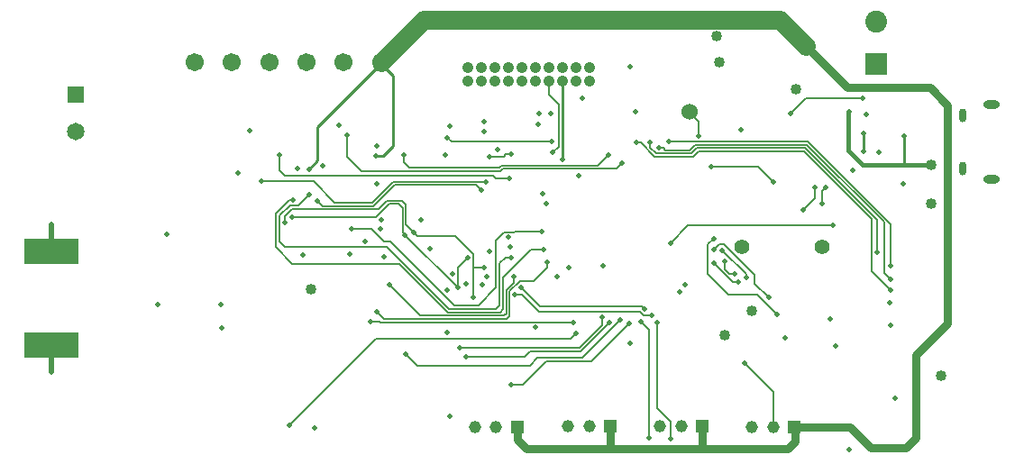
<source format=gbr>
%TF.GenerationSoftware,KiCad,Pcbnew,(6.0.10)*%
%TF.CreationDate,2023-01-06T17:42:40-07:00*%
%TF.ProjectId,Flight-Computer,466c6967-6874-42d4-936f-6d7075746572,1.0*%
%TF.SameCoordinates,Original*%
%TF.FileFunction,Copper,L4,Bot*%
%TF.FilePolarity,Positive*%
%FSLAX46Y46*%
G04 Gerber Fmt 4.6, Leading zero omitted, Abs format (unit mm)*
G04 Created by KiCad (PCBNEW (6.0.10)) date 2023-01-06 17:42:40*
%MOMM*%
%LPD*%
G01*
G04 APERTURE LIST*
%TA.AperFunction,SMDPad,CuDef*%
%ADD10R,5.080000X2.413000*%
%TD*%
%TA.AperFunction,ComponentPad*%
%ADD11C,1.066800*%
%TD*%
%TA.AperFunction,ComponentPad*%
%ADD12R,1.150000X1.150000*%
%TD*%
%TA.AperFunction,ComponentPad*%
%ADD13C,1.150000*%
%TD*%
%TA.AperFunction,ComponentPad*%
%ADD14C,1.408000*%
%TD*%
%TA.AperFunction,ComponentPad*%
%ADD15R,2.050000X2.050000*%
%TD*%
%TA.AperFunction,ComponentPad*%
%ADD16C,2.050000*%
%TD*%
%TA.AperFunction,ComponentPad*%
%ADD17O,0.650000X1.300000*%
%TD*%
%TA.AperFunction,ComponentPad*%
%ADD18O,1.550000X0.775000*%
%TD*%
%TA.AperFunction,ComponentPad*%
%ADD19C,1.701800*%
%TD*%
%TA.AperFunction,ComponentPad*%
%ADD20R,1.650000X1.650000*%
%TD*%
%TA.AperFunction,ComponentPad*%
%ADD21C,1.650000*%
%TD*%
%TA.AperFunction,SMDPad,CuDef*%
%ADD22C,1.524000*%
%TD*%
%TA.AperFunction,ViaPad*%
%ADD23C,0.500000*%
%TD*%
%TA.AperFunction,ViaPad*%
%ADD24C,1.016000*%
%TD*%
%TA.AperFunction,Conductor*%
%ADD25C,0.508000*%
%TD*%
%TA.AperFunction,Conductor*%
%ADD26C,0.177800*%
%TD*%
%TA.AperFunction,Conductor*%
%ADD27C,0.254000*%
%TD*%
%TA.AperFunction,Conductor*%
%ADD28C,0.762000*%
%TD*%
%TA.AperFunction,Conductor*%
%ADD29C,1.778000*%
%TD*%
%TA.AperFunction,Conductor*%
%ADD30C,0.381000*%
%TD*%
%TA.AperFunction,Conductor*%
%ADD31C,0.266700*%
%TD*%
G04 APERTURE END LIST*
D10*
%TO.P,AE2,2,Shield*%
%TO.N,Earth*%
X96304100Y-82232500D03*
X96304100Y-91008200D03*
%TD*%
D11*
%TO.P,P3,1,1*%
%TO.N,3.3V*%
X135382000Y-66178050D03*
%TO.P,P3,2,2*%
X135382000Y-64908050D03*
%TO.P,P3,3,3*%
%TO.N,Earth*%
X136652000Y-66178050D03*
%TO.P,P3,4,4*%
X136652000Y-64908050D03*
%TO.P,P3,5,5*%
X137922000Y-66178050D03*
%TO.P,P3,6,6*%
X137922000Y-64908050D03*
%TO.P,P3,7,7*%
%TO.N,SWDIO*%
X139192000Y-66178050D03*
%TO.P,P3,8,8*%
%TO.N,Earth*%
X139192000Y-64908050D03*
%TO.P,P3,9,9*%
%TO.N,SWCLK*%
X140462000Y-66178050D03*
%TO.P,P3,10,10*%
%TO.N,Earth*%
X140462000Y-64908050D03*
%TO.P,P3,11,11*%
%TO.N,unconnected-(P3-Pad11)*%
X141732000Y-66178050D03*
%TO.P,P3,12,12*%
%TO.N,Earth*%
X141732000Y-64908050D03*
%TO.P,P3,13,13*%
%TO.N,SWO*%
X143002000Y-66178050D03*
%TO.P,P3,14,14*%
%TO.N,Earth*%
X143002000Y-64908050D03*
%TO.P,P3,15,15*%
%TO.N,NRST*%
X144272000Y-66178050D03*
%TO.P,P3,16,16*%
%TO.N,Earth*%
X144272000Y-64908050D03*
%TO.P,P3,17,17*%
%TO.N,unconnected-(P3-Pad17)*%
X145542000Y-66178050D03*
%TO.P,P3,18,18*%
%TO.N,Earth*%
X145542000Y-64908050D03*
%TO.P,P3,19,19*%
%TO.N,unconnected-(P3-Pad19)*%
X146812000Y-66178050D03*
%TO.P,P3,20,20*%
%TO.N,Earth*%
X146812000Y-64908050D03*
%TD*%
D12*
%TO.P,P7,1,+12V*%
%TO.N,VIN*%
X140081000Y-98679000D03*
D13*
%TO.P,P7,2,GND*%
%TO.N,MOTOR4_PWM*%
X138074000Y-98679000D03*
%TO.P,P7,3,3*%
%TO.N,Net-(P7-Pad3)*%
X136068000Y-98679000D03*
%TD*%
D14*
%TO.P,BZ1,1,-*%
%TO.N,BEEP*%
X161122200Y-81788000D03*
%TO.P,BZ1,2,+*%
%TO.N,Earth*%
X168722200Y-81788000D03*
%TD*%
D15*
%TO.P,P1,1,1*%
%TO.N,/PIN_HARN*%
X173790500Y-64557500D03*
D16*
%TO.P,P1,2,2*%
%TO.N,Earth*%
X173790500Y-60597500D03*
%TD*%
D17*
%TO.P,P8,S1,SHIELD*%
%TO.N,Earth*%
X181932600Y-74414000D03*
%TO.P,P8,S2,SHIELD*%
X181932600Y-69414000D03*
D18*
X184632600Y-68414000D03*
X184632600Y-75414000D03*
%TD*%
D12*
%TO.P,P5,1,+12V*%
%TO.N,VIN*%
X157454500Y-98654800D03*
D13*
%TO.P,P5,2,GND*%
%TO.N,MOTOR3_PWM*%
X155447500Y-98654800D03*
%TO.P,P5,3,3*%
%TO.N,Net-(P5-Pad3)*%
X153441500Y-98654800D03*
%TD*%
D19*
%TO.P,P9,1,5*%
%TO.N,VIN*%
X127267252Y-64425101D03*
%TO.P,P9,2,6*%
%TO.N,VIN_SW*%
X123767249Y-64425101D03*
%TO.P,P9,3,5*%
X120267248Y-64425101D03*
%TO.P,P9,4,6*%
%TO.N,Net-(P9-Pad4)*%
X116767247Y-64425101D03*
%TO.P,P9,5,5*%
%TO.N,VIN_SW*%
X113267247Y-64425101D03*
%TO.P,P9,6,6*%
%TO.N,Net-(P9-Pad6)*%
X109767246Y-64425101D03*
%TD*%
D12*
%TO.P,P4,1,+12V*%
%TO.N,VIN*%
X166090500Y-98679000D03*
D13*
%TO.P,P4,2,GND*%
%TO.N,MOTOR1_PWM*%
X164083500Y-98679000D03*
%TO.P,P4,3,3*%
%TO.N,Net-(P4-Pad3)*%
X162077500Y-98679000D03*
%TD*%
D20*
%TO.P,P2,1,5*%
%TO.N,/PIN_SCREW*%
X98552000Y-67465000D03*
D21*
%TO.P,P2,2,6*%
%TO.N,Earth*%
X98552000Y-70965000D03*
%TD*%
D12*
%TO.P,P6,1,+12V*%
%TO.N,VIN*%
X148818500Y-98654800D03*
D13*
%TO.P,P6,2,GND*%
%TO.N,MOTOR2_PWM*%
X146811500Y-98654800D03*
%TO.P,P6,3,3*%
%TO.N,Net-(P6-Pad3)*%
X144805500Y-98654800D03*
%TD*%
D22*
%TO.P,TP1,1*%
%TO.N,3.3V*%
X156210000Y-69088000D03*
%TD*%
D23*
%TO.N,Earth*%
X107143000Y-80563000D03*
D24*
X178943000Y-77724000D03*
D23*
X138176000Y-72644000D03*
X171196000Y-100838000D03*
D24*
X162052000Y-87757000D03*
D23*
X142441800Y-76808200D03*
X161036000Y-70739000D03*
X126873000Y-72263000D03*
D24*
X120650000Y-85725000D03*
D23*
X133477000Y-85852000D03*
X150661000Y-64809000D03*
X131889500Y-81978500D03*
X131038600Y-79273400D03*
X165227000Y-90297000D03*
X114935000Y-70866000D03*
X141795500Y-89344500D03*
X112182000Y-87163000D03*
X123317000Y-70358000D03*
X125730000Y-81280000D03*
X155829000Y-85344000D03*
X121793000Y-74168000D03*
X169418000Y-88519000D03*
X133748400Y-70467600D03*
D24*
X159512000Y-90043000D03*
D23*
X121031000Y-98806000D03*
X112313000Y-89363000D03*
X173990000Y-72898000D03*
X136931400Y-70967600D03*
X133684000Y-97710000D03*
D24*
X166243000Y-66929000D03*
D23*
X127241300Y-80124300D03*
X96304100Y-79667100D03*
X113792000Y-74803000D03*
X143242400Y-69228600D03*
X139230100Y-80886300D03*
D24*
X179832000Y-93853000D03*
D23*
X137477500Y-82232500D03*
X171577000Y-74549000D03*
X175133000Y-89154000D03*
X119938800Y-82499200D03*
X96304100Y-93510100D03*
X150622000Y-90805000D03*
D24*
X159067500Y-64452500D03*
D23*
%TO.N,3.3V*%
X106258000Y-87163000D03*
X169926000Y-91059000D03*
X172819000Y-69370000D03*
X127571500Y-82740500D03*
X136779000Y-85344000D03*
X157099000Y-71374000D03*
X146177000Y-67818000D03*
X175006000Y-86995000D03*
D24*
X158750000Y-61976000D03*
D23*
X155311800Y-85988200D03*
X142113000Y-69215000D03*
X136906000Y-69977000D03*
X143764000Y-84582000D03*
X127254000Y-79248000D03*
X133322000Y-73180000D03*
X142748000Y-77724000D03*
X175514000Y-96012000D03*
X133477000Y-89789000D03*
X133985000Y-84328000D03*
X124333000Y-82423000D03*
X139400400Y-81808200D03*
X126873000Y-75819000D03*
X119380000Y-74422000D03*
%TO.N,NRST*%
X144272000Y-73533000D03*
%TO.N,SWCLK*%
X151156628Y-69037680D03*
%TO.N,SWDIO*%
X145796000Y-75057000D03*
X141986000Y-70231000D03*
%TO.N,SDA*%
X152704800Y-88239600D03*
X130302000Y-80391000D03*
X139827000Y-86233000D03*
X135890000Y-86487000D03*
X118237000Y-79502000D03*
X136970000Y-83756000D03*
%TO.N,SCL*%
X140411200Y-85547200D03*
X134493000Y-85598000D03*
X129526851Y-80658149D03*
X118872000Y-78994000D03*
X152044400Y-87604600D03*
X135382000Y-82804000D03*
%TO.N,VIN*%
X126807001Y-73213001D03*
X120472200Y-74472800D03*
D24*
X167195500Y-62928500D03*
%TO.N,5V*%
X178971000Y-74069000D03*
D23*
X176403000Y-71374000D03*
X171196000Y-69088000D03*
%TO.N,DROGUE*%
X139316200Y-75308200D03*
X117729000Y-73152000D03*
%TO.N,MAIN*%
X124079000Y-71247000D03*
X149860000Y-73914000D03*
%TO.N,/Peripherals/D-*%
X172585000Y-71128000D03*
X172585000Y-72763000D03*
%TO.N,MOTOR1_PWM*%
X161417000Y-92710000D03*
%TO.N,SWO*%
X143383000Y-72898000D03*
%TO.N,MOTOR1_EN*%
X158496000Y-81026000D03*
X164465000Y-88138000D03*
%TO.N,MOTOR3_EN*%
X158496000Y-82042000D03*
X163652200Y-86537800D03*
%TO.N,~{USB_RST}*%
X158279600Y-74282800D03*
X164084000Y-75692000D03*
%TO.N,~{USB_SUSPEND}*%
X172466000Y-67818000D03*
X165735000Y-69215000D03*
%TO.N,~{SWITCH}*%
X129385000Y-73180000D03*
X148590000Y-73152000D03*
%TO.N,~{MAIN_CONT}*%
X137414000Y-73279000D03*
X139446000Y-73025000D03*
%TO.N,~{DROGUE_CONT}*%
X116014500Y-75628500D03*
X137109680Y-75641680D03*
%TO.N,~{GPS_RST}*%
X145288000Y-88900000D03*
X126238000Y-88773000D03*
%TO.N,~{GPS_SBOOT}*%
X121285000Y-77470000D03*
X136652000Y-76454000D03*
%TO.N,GPS_INT*%
X126873000Y-87884000D03*
X142875000Y-83185000D03*
%TO.N,GPS_TX*%
X118999000Y-77343000D03*
X142494000Y-82042000D03*
%TO.N,GPS_RX*%
X139446000Y-82804000D03*
X120496640Y-76861360D03*
%TO.N,GPS_TIM*%
X145542000Y-89916000D03*
X118618000Y-98552000D03*
%TO.N,BP_SDA*%
X133477000Y-71501000D03*
X143256000Y-71882000D03*
%TO.N,FLASH_MISO*%
X158543000Y-83308200D03*
X160782000Y-85090000D03*
%TO.N,FLASH_MOSI*%
X159512000Y-83134200D03*
X160451800Y-84353400D03*
%TO.N,W_IO0*%
X134670800Y-91236800D03*
X148031200Y-88392000D03*
%TO.N,W_IO1*%
X149742400Y-88636600D03*
X129540000Y-91821000D03*
%TO.N,W_IO2*%
X151638000Y-88773000D03*
X152400000Y-99695000D03*
%TO.N,W_IO3*%
X139446000Y-94742000D03*
X150583900Y-88963500D03*
%TO.N,~{FLASH_WP}*%
X161569400Y-84658200D03*
X159308800Y-82092800D03*
%TO.N,W_IO4*%
X148717000Y-88874600D03*
X135255000Y-92075000D03*
%TO.N,W_IO5*%
X153162000Y-88900000D03*
X154432000Y-99822000D03*
%TO.N,RX_USB*%
X166928800Y-78282800D03*
X168021000Y-76200000D03*
%TO.N,TX_USB*%
X168706800Y-77698600D03*
X169037000Y-76225400D03*
%TO.N,USB_DETECT*%
X176276000Y-75819000D03*
X169672000Y-79756000D03*
X154432000Y-81407000D03*
%TO.N,IMU_INT1*%
X124472700Y-80124300D03*
X142322800Y-80308200D03*
%TO.N,IMU_INT2*%
X139700000Y-84582000D03*
X128016000Y-85344000D03*
%TO.N,MAG_INT*%
X148082000Y-83566000D03*
X135255000Y-85217000D03*
%TO.N,MAG_DRDY*%
X137160000Y-84582000D03*
X144907000Y-83693000D03*
%TO.N,SD_DAT2*%
X154305000Y-71885800D03*
X175133000Y-83566000D03*
%TO.N,SD_DAT3*%
X153339800Y-72466200D03*
X175133000Y-84836000D03*
%TO.N,SD_CMD*%
X151242400Y-71998200D03*
X175133000Y-85852000D03*
%TO.N,SD_CLK*%
X173863000Y-82296000D03*
X152527000Y-71983600D03*
%TD*%
D25*
%TO.N,Earth*%
X96304100Y-82232500D02*
X96304100Y-79667100D01*
X96304100Y-93510100D02*
X96304100Y-91478100D01*
D26*
%TO.N,3.3V*%
X157099000Y-71374000D02*
X157099000Y-69977000D01*
X157099000Y-69977000D02*
X156210000Y-69088000D01*
D27*
%TO.N,NRST*%
X144272000Y-66178050D02*
X144272000Y-73533000D01*
D26*
%TO.N,SDA*%
X127812800Y-77419200D02*
X127000000Y-78232000D01*
X135954000Y-83756000D02*
X135890000Y-83820000D01*
X129590320Y-79679320D02*
X129590320Y-77774320D01*
X127000000Y-78232000D02*
X118928410Y-78232000D01*
X130302000Y-80391000D02*
X129590320Y-79679320D01*
X140462000Y-86233000D02*
X142087600Y-87858600D01*
X135890000Y-82423000D02*
X134239000Y-80772000D01*
X135890000Y-83820000D02*
X135890000Y-82423000D01*
X135890000Y-83820000D02*
X135890000Y-86487000D01*
X118237000Y-78923410D02*
X118237000Y-79502000D01*
X130683000Y-80772000D02*
X130302000Y-80391000D01*
X129590320Y-77774320D02*
X129235200Y-77419200D01*
X134239000Y-80772000D02*
X130683000Y-80772000D01*
X142087600Y-87858600D02*
X151561800Y-87858600D01*
X151561800Y-87858600D02*
X151942800Y-88239600D01*
X140462000Y-86233000D02*
X139827000Y-86233000D01*
X136970000Y-83756000D02*
X135954000Y-83756000D01*
X118928410Y-78232000D02*
X118237000Y-78923410D01*
X129235200Y-77419200D02*
X127812800Y-77419200D01*
X151942800Y-88239600D02*
X152704800Y-88239600D01*
%TO.N,SCL*%
X129526851Y-80658149D02*
X134493000Y-85598000D01*
X129286000Y-78105000D02*
X129286000Y-80418574D01*
X118872000Y-78994000D02*
X126746000Y-78994000D01*
X134493000Y-83693000D02*
X134493000Y-85598000D01*
X135382000Y-82804000D02*
X134493000Y-83693000D01*
X151765480Y-87325680D02*
X152044400Y-87604600D01*
X140411200Y-85547200D02*
X142189680Y-87325680D01*
X142189680Y-87325680D02*
X151765480Y-87325680D01*
X128905000Y-77724000D02*
X129286000Y-78105000D01*
X129286000Y-80418574D02*
X129526851Y-80658149D01*
X128016000Y-77724000D02*
X128905000Y-77724000D01*
X126746000Y-78994000D02*
X128016000Y-77724000D01*
D28*
%TO.N,VIN*%
X167195500Y-62928500D02*
X171069000Y-66802000D01*
X148818500Y-100736500D02*
X148793200Y-100761800D01*
D27*
X127446999Y-73213001D02*
X128397000Y-72263000D01*
D28*
X171069000Y-66802000D02*
X178816000Y-66802000D01*
D27*
X126807001Y-73213001D02*
X127446999Y-73213001D01*
D28*
X156133800Y-100761800D02*
X151282400Y-100761800D01*
D27*
X121266000Y-70504000D02*
X127254000Y-64516000D01*
X120472200Y-74472800D02*
X121266000Y-73679000D01*
D29*
X131240353Y-60452000D02*
X164719000Y-60452000D01*
D28*
X177520600Y-91922600D02*
X180467000Y-88976200D01*
D27*
X128397000Y-65659000D02*
X127127000Y-64389000D01*
D28*
X180467000Y-88976200D02*
X180467000Y-70104000D01*
D29*
X127267252Y-64425101D02*
X131240353Y-60452000D01*
D28*
X180467000Y-68453000D02*
X180467000Y-70104000D01*
X178816000Y-66802000D02*
X180467000Y-68453000D01*
D27*
X128397000Y-72263000D02*
X128397000Y-65659000D01*
D29*
X167195500Y-62928500D02*
X166116000Y-61849000D01*
D27*
X121266000Y-73679000D02*
X121266000Y-73514000D01*
D28*
X165430200Y-100761800D02*
X166116000Y-100076000D01*
X176580800Y-100660200D02*
X177520600Y-99720400D01*
X157429200Y-100761800D02*
X165430200Y-100761800D01*
X151282400Y-100761800D02*
X148793200Y-100761800D01*
X171297600Y-98679000D02*
X173278800Y-100660200D01*
X157454500Y-98654800D02*
X157454500Y-100736500D01*
X166116000Y-100076000D02*
X166116000Y-98679000D01*
X140081000Y-98679000D02*
X140081000Y-99923600D01*
X140919200Y-100761800D02*
X147497800Y-100761800D01*
D29*
X164719000Y-60452000D02*
X166116000Y-61849000D01*
D28*
X140081000Y-99923600D02*
X140919200Y-100761800D01*
X157454500Y-100736500D02*
X157429200Y-100761800D01*
X148818500Y-98654800D02*
X148818500Y-100736500D01*
X166090500Y-98679000D02*
X171297600Y-98679000D01*
X177520600Y-99720400D02*
X177520600Y-91922600D01*
D27*
X121266000Y-73514000D02*
X121266000Y-70504000D01*
D28*
X148793200Y-100761800D02*
X147497800Y-100761800D01*
X173278800Y-100660200D02*
X176580800Y-100660200D01*
X156133800Y-100761800D02*
X157429200Y-100761800D01*
D30*
%TO.N,5V*%
X172494000Y-74069000D02*
X176431000Y-74069000D01*
D27*
X176403000Y-71374000D02*
X176403000Y-74041000D01*
D30*
X171119000Y-69038000D02*
X171119000Y-72694000D01*
X171119000Y-72694000D02*
X172494000Y-74069000D01*
X176431000Y-74069000D02*
X178971000Y-74069000D01*
D27*
X176403000Y-74041000D02*
X176431000Y-74069000D01*
D26*
%TO.N,DROGUE*%
X138046200Y-75308200D02*
X137795000Y-75057000D01*
X118237000Y-75057000D02*
X117729000Y-74549000D01*
X139316200Y-75308200D02*
X138046200Y-75308200D01*
X137795000Y-75057000D02*
X118237000Y-75057000D01*
X117729000Y-74549000D02*
X117729000Y-73152000D01*
%TO.N,MAIN*%
X124079000Y-73279000D02*
X124079000Y-71247000D01*
X138480320Y-74625680D02*
X125425680Y-74625680D01*
X149352000Y-74422000D02*
X138684000Y-74422000D01*
X138684000Y-74422000D02*
X138480320Y-74625680D01*
X149860000Y-73914000D02*
X149352000Y-74422000D01*
X125425680Y-74625680D02*
X124079000Y-73279000D01*
D31*
%TO.N,/Peripherals/D-*%
X172585000Y-71128000D02*
X172585000Y-72763000D01*
D26*
%TO.N,MOTOR1_PWM*%
X161417000Y-92710000D02*
X164084000Y-95377000D01*
X164084000Y-95377000D02*
X164084000Y-98679000D01*
%TO.N,SWO*%
X143929100Y-72351900D02*
X143929100Y-68364100D01*
X143929100Y-68364100D02*
X143002000Y-67437000D01*
X143002000Y-67437000D02*
X143002000Y-66294000D01*
X143383000Y-72898000D02*
X143929100Y-72351900D01*
%TO.N,MOTOR1_EN*%
X158496000Y-81026000D02*
X157962600Y-81559400D01*
X157962600Y-84328000D02*
X159867600Y-86233000D01*
X159867600Y-86233000D02*
X162560000Y-86233000D01*
X157962600Y-81559400D02*
X157962600Y-84328000D01*
X162560000Y-86233000D02*
X164465000Y-88138000D01*
%TO.N,MOTOR3_EN*%
X163652200Y-86537800D02*
X162331400Y-85217000D01*
X158496000Y-82042000D02*
X159004000Y-81534000D01*
X162331400Y-85217000D02*
X162331400Y-84632800D01*
X159004000Y-81534000D02*
X159131000Y-81534000D01*
X159486600Y-81534000D02*
X162331400Y-84378800D01*
X162331400Y-84378800D02*
X162331400Y-84632800D01*
X159131000Y-81534000D02*
X159486600Y-81534000D01*
%TO.N,~{USB_RST}*%
X162674800Y-74282800D02*
X164084000Y-75692000D01*
X158279600Y-74282800D02*
X162674800Y-74282800D01*
%TO.N,~{USB_SUSPEND}*%
X172466000Y-67818000D02*
X167132000Y-67818000D01*
X167132000Y-67818000D02*
X165735000Y-69215000D01*
%TO.N,~{SWITCH}*%
X129894640Y-74321360D02*
X138354266Y-74321360D01*
X129385000Y-73811720D02*
X129894640Y-74321360D01*
X147624800Y-74117200D02*
X148590000Y-73152000D01*
X138354266Y-74321360D02*
X138354266Y-74320682D01*
X138557748Y-74117200D02*
X147624800Y-74117200D01*
X138354266Y-74320682D02*
X138557748Y-74117200D01*
X129385000Y-73180000D02*
X129385000Y-73811720D01*
%TO.N,~{MAIN_CONT}*%
X139065000Y-73025000D02*
X139446000Y-73025000D01*
X139001500Y-73088500D02*
X139065000Y-73025000D01*
X137414000Y-73279000D02*
X138811000Y-73279000D01*
X138811000Y-73279000D02*
X139001500Y-73088500D01*
%TO.N,~{DROGUE_CONT}*%
X126416266Y-77623360D02*
X128397947Y-75641680D01*
X122909640Y-77623360D02*
X126416266Y-77623360D01*
X120914780Y-75628500D02*
X122909640Y-77623360D01*
X116014500Y-75628500D02*
X120914780Y-75628500D01*
X128397947Y-75641680D02*
X137109680Y-75641680D01*
%TO.N,~{GPS_RST}*%
X127209600Y-88855600D02*
X127127000Y-88773000D01*
X142576600Y-88855600D02*
X127209600Y-88855600D01*
X142621000Y-88900000D02*
X142576600Y-88855600D01*
X145288000Y-88900000D02*
X142621000Y-88900000D01*
X127127000Y-88773000D02*
X126238000Y-88773000D01*
%TO.N,~{GPS_SBOOT}*%
X128524000Y-75946000D02*
X126542320Y-77927680D01*
X121742680Y-77927680D02*
X121285000Y-77470000D01*
X136144000Y-75946000D02*
X128524000Y-75946000D01*
X136652000Y-76454000D02*
X136144000Y-75946000D01*
X126542320Y-77927680D02*
X121742680Y-77927680D01*
%TO.N,GPS_INT*%
X142875000Y-83693000D02*
X142875000Y-83185000D01*
X126873000Y-87884000D02*
X127539800Y-88550800D01*
X139319000Y-85947990D02*
X140303990Y-84963000D01*
X127539800Y-88550800D02*
X139033200Y-88550800D01*
X140303990Y-84963000D02*
X141605000Y-84963000D01*
X139319000Y-88265000D02*
X139319000Y-85947990D01*
X141605000Y-84963000D02*
X142875000Y-83693000D01*
X139033200Y-88550800D02*
X139319000Y-88265000D01*
%TO.N,GPS_TX*%
X117348000Y-78613000D02*
X118618000Y-77343000D01*
X141351000Y-82042000D02*
X138709400Y-84683600D01*
X138423600Y-87941200D02*
X133534200Y-87941200D01*
X138709400Y-84683600D02*
X138709400Y-87655400D01*
X117348000Y-81788000D02*
X117348000Y-78613000D01*
X118618000Y-77343000D02*
X118999000Y-77343000D01*
X133534200Y-87941200D02*
X128968500Y-83375500D01*
X138709400Y-87655400D02*
X138423600Y-87941200D01*
X128968500Y-83375500D02*
X118935500Y-83375500D01*
X118935500Y-83375500D02*
X117348000Y-81788000D01*
X142494000Y-82042000D02*
X141351000Y-82042000D01*
%TO.N,GPS_RX*%
X117919500Y-81470500D02*
X118237000Y-81788000D01*
X138938000Y-82804000D02*
X139446000Y-82804000D01*
X138404600Y-83337400D02*
X138938000Y-82804000D01*
X117748100Y-78847900D02*
X117748100Y-81299100D01*
X118237000Y-81788000D02*
X127812052Y-81788000D01*
X119507000Y-77851000D02*
X118745000Y-77851000D01*
X133660452Y-87636400D02*
X138042600Y-87636400D01*
X117729000Y-81280000D02*
X117919500Y-81470500D01*
X138042600Y-87636400D02*
X138404600Y-87274400D01*
X127812052Y-81788000D02*
X133660452Y-87636400D01*
X120496640Y-76861360D02*
X119507000Y-77851000D01*
X118745000Y-77851000D02*
X117748100Y-78847900D01*
X138404600Y-87274400D02*
X138404600Y-83337400D01*
X117748100Y-81299100D02*
X117919500Y-81470500D01*
%TO.N,GPS_TIM*%
X126746000Y-90424000D02*
X145034000Y-90424000D01*
X118618000Y-98552000D02*
X126746000Y-90424000D01*
X145034000Y-90424000D02*
X145542000Y-89916000D01*
%TO.N,BP_SDA*%
X133477000Y-71501000D02*
X133858000Y-71882000D01*
X133858000Y-71882000D02*
X143256000Y-71882000D01*
%TO.N,FLASH_MISO*%
X160300827Y-85090000D02*
X158543000Y-83332173D01*
X158543000Y-83332173D02*
X158543000Y-83308200D01*
X160782000Y-85090000D02*
X160300827Y-85090000D01*
%TO.N,FLASH_MOSI*%
X159994600Y-84353400D02*
X160451800Y-84353400D01*
X159512000Y-83134200D02*
X159512000Y-83870800D01*
X159512000Y-83870800D02*
X159994600Y-84353400D01*
%TO.N,W_IO0*%
X148031200Y-88392000D02*
X148031200Y-89128600D01*
X145923000Y-91236800D02*
X140385800Y-91236800D01*
X148031200Y-89128600D02*
X145923000Y-91236800D01*
X140385800Y-91236800D02*
X134670800Y-91236800D01*
%TO.N,W_IO1*%
X130683000Y-92964000D02*
X129540000Y-91821000D01*
X146151600Y-92227400D02*
X141960600Y-92227400D01*
X141960600Y-92227400D02*
X141224000Y-92964000D01*
X149742400Y-88636600D02*
X146151600Y-92227400D01*
X141224000Y-92964000D02*
X130683000Y-92964000D01*
%TO.N,W_IO2*%
X152400000Y-89535000D02*
X152400000Y-99695000D01*
X151638000Y-88773000D02*
X152400000Y-89535000D01*
%TO.N,W_IO3*%
X150583900Y-88963500D02*
X147015200Y-92532200D01*
X140563600Y-94742000D02*
X139446000Y-94742000D01*
X147015200Y-92532200D02*
X142773400Y-92532200D01*
X142773400Y-92532200D02*
X140563600Y-94742000D01*
%TO.N,~{FLASH_WP}*%
X161569400Y-84658200D02*
X161569400Y-84353400D01*
X161569400Y-84353400D02*
X159308800Y-82092800D01*
%TO.N,W_IO4*%
X141274800Y-91567000D02*
X146024600Y-91567000D01*
X140766800Y-92075000D02*
X135255000Y-92075000D01*
X140766800Y-92075000D02*
X141274800Y-91567000D01*
X146024600Y-91567000D02*
X148717000Y-88874600D01*
%TO.N,W_IO5*%
X153162000Y-96901000D02*
X154432000Y-98171000D01*
X153162000Y-88900000D02*
X153162000Y-96901000D01*
X154432000Y-98171000D02*
X154432000Y-99822000D01*
%TO.N,RX_USB*%
X168021000Y-77190600D02*
X168021000Y-76200000D01*
X166928800Y-78282800D02*
X168021000Y-77190600D01*
%TO.N,TX_USB*%
X168706800Y-77698600D02*
X168706800Y-76555600D01*
X168706800Y-76555600D02*
X169037000Y-76225400D01*
%TO.N,USB_DETECT*%
X154432000Y-81407000D02*
X156083000Y-79756000D01*
X156083000Y-79756000D02*
X169672000Y-79756000D01*
%TO.N,IMU_INT1*%
X138049000Y-81153000D02*
X138811000Y-80391000D01*
X136398000Y-87249000D02*
X138049000Y-85598000D01*
X126352300Y-80124300D02*
X127508000Y-81280000D01*
X128143000Y-81280000D02*
X134112000Y-87249000D01*
X142322800Y-80308200D02*
X139782800Y-80308200D01*
X138049000Y-85598000D02*
X138049000Y-81153000D01*
X139782800Y-80308200D02*
X139700000Y-80391000D01*
X138811000Y-80391000D02*
X139700000Y-80391000D01*
X134112000Y-87249000D02*
X136398000Y-87249000D01*
X124472700Y-80124300D02*
X126352300Y-80124300D01*
X127508000Y-81280000D02*
X128143000Y-81280000D01*
%TO.N,IMU_INT2*%
X138779200Y-88246000D02*
X130918000Y-88246000D01*
X139700000Y-85135938D02*
X139014200Y-85821738D01*
X139700000Y-84582000D02*
X139700000Y-85135938D01*
X139014200Y-88011000D02*
X138779200Y-88246000D01*
X130918000Y-88246000D02*
X128016000Y-85344000D01*
X139014200Y-85821738D02*
X139014200Y-88011000D01*
%TO.N,SD_DAT2*%
X175133000Y-79654400D02*
X175133000Y-83693000D01*
X154305000Y-71885800D02*
X167364400Y-71885800D01*
X167364400Y-71885800D02*
X175133000Y-79654400D01*
%TO.N,SD_DAT3*%
X153339800Y-72466200D02*
X153746200Y-72466200D01*
X156772120Y-72190120D02*
X167238346Y-72190120D01*
X174498000Y-79449774D02*
X174498000Y-84201000D01*
X153975280Y-72695280D02*
X156266960Y-72695280D01*
X153746200Y-72466200D02*
X153975280Y-72695280D01*
X174498000Y-84201000D02*
X175133000Y-84836000D01*
X167238346Y-72190120D02*
X174498000Y-79449774D01*
X156266960Y-72695280D02*
X156772120Y-72190120D01*
%TO.N,SD_CMD*%
X152959746Y-73303920D02*
X156566080Y-73303920D01*
X156566080Y-73303920D02*
X157071240Y-72798760D01*
X151242400Y-71998200D02*
X151654026Y-71998200D01*
X173355000Y-84074000D02*
X175133000Y-85852000D01*
X173355000Y-79167523D02*
X173355000Y-84074000D01*
X151654026Y-71998200D02*
X152959746Y-73303920D01*
X166986237Y-72798760D02*
X173355000Y-79167523D01*
X157071240Y-72798760D02*
X166986237Y-72798760D01*
%TO.N,SD_CLK*%
X173863000Y-79245149D02*
X167112291Y-72494440D01*
X167112291Y-72494440D02*
X156945186Y-72494440D01*
X152527000Y-72440800D02*
X152527000Y-71983600D01*
X156440026Y-72999600D02*
X153085800Y-72999600D01*
X153085800Y-72999600D02*
X152527000Y-72440800D01*
X173863000Y-82296000D02*
X173863000Y-79245149D01*
X156945186Y-72494440D02*
X156440026Y-72999600D01*
%TD*%
M02*

</source>
